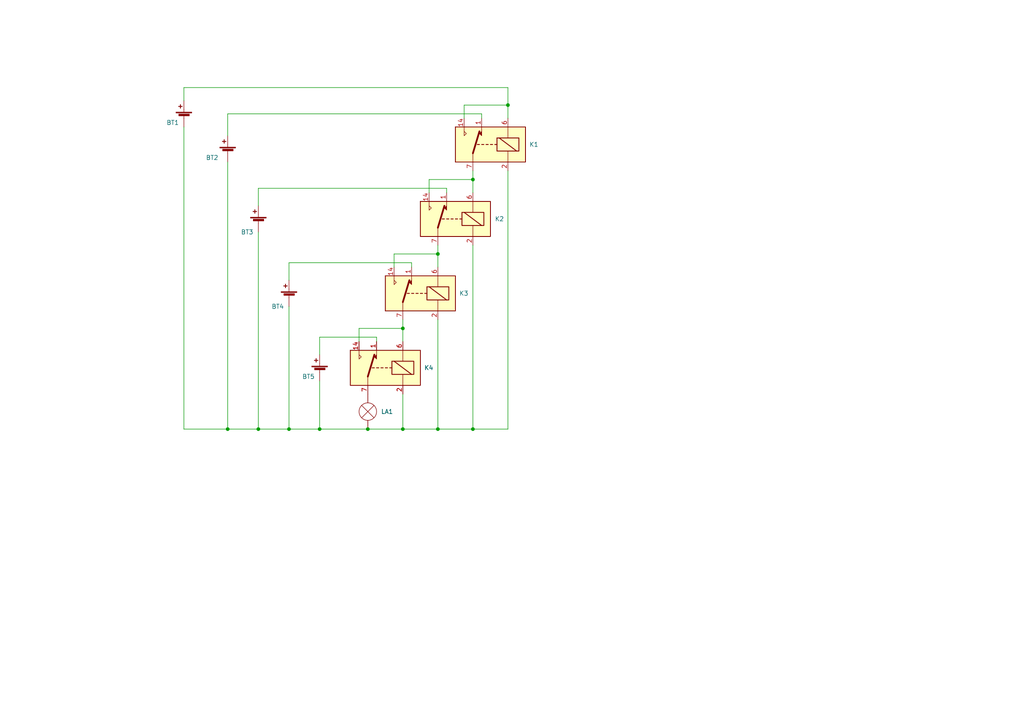
<source format=kicad_sch>
(kicad_sch (version 20211123) (generator eeschema)
  (paper "A4")
  (lib_symbols
    (symbol "Device:Battery_Cell" (pin_numbers hide) (pin_names (offset 0) hide)
      (property "Reference" "BT" (at 2.54 2.54 0))
      (property "Value" "Battery_Cell" (at 2.54 0 0))
      (symbol "Battery_Cell_0_1"
        (rectangle (start -2.286 1.778) (end 2.286 1.524) (fill (type outline)))
        (rectangle (start -1.5748 1.1938) (end 1.4732 0.6858) (fill (type outline)))
        (polyline (pts (xy 0 0.762) (xy 0 0)))
        (polyline (pts (xy 0 1.778) (xy 0 2.54)))
        (polyline (pts (xy 0.508 3.429) (xy 1.524 3.429)) (stroke (width 0.254)))
        (polyline (pts (xy 1.016 3.937) (xy 1.016 2.921)) (stroke (width 0.254)))
      )
      (symbol "Battery_Cell_1_1"
        (pin passive line (at 0 5.08 270) (length 2.54) (name "+") (number "1"))
        (pin passive line (at 0 -2.54 90) (length 2.54) (name "-") (number "2"))
      )
    )
    (symbol "Device:Lamp" (pin_numbers hide) (pin_names (offset 0.0254) hide)
      (property "Reference" "LA" (at 0.635 3.81 0))
      (property "Value" "Lamp" (at 0.635 -3.81 0))
      (symbol "Lamp_0_1"
        (polyline (pts (xy -1.778 1.778) (xy 1.778 -1.778)))
        (polyline (pts (xy 1.778 1.778) (xy -1.778 -1.778)))
        (circle (center 0 0) (radius 2.54))
      )
      (symbol "Lamp_1_1"
        (pin passive line (at 0 -5.08 90) (length 2.54) (name "-") (number "1"))
        (pin passive line (at 0 5.08 270) (length 2.54) (name "+") (number "2"))
      )
    )
    (symbol "Relay:DIPxx-1Cxx-51x"
      (property "Reference" "K" (at 11.43 3.81 0))
      (property "Value" "DIPxx-1Cxx-51x" (at 11.43 1.27 0))
      (symbol "DIPxx-1Cxx-51x_0_0"
        (polyline (pts (xy 2.54 5.08) (xy 2.54 2.54) (xy 3.175 3.175) (xy 2.54 3.81)) (fill (type outline)))
        (polyline (pts (xy 7.62 5.08) (xy 7.62 2.54) (xy 6.985 3.175) (xy 7.62 3.81)))
      )
      (symbol "DIPxx-1Cxx-51x_0_1"
        (rectangle (start -10.16 5.08) (end 10.16 -5.08) (stroke (width 0.254)) (fill (type background)))
        (rectangle (start -8.255 1.905) (end -1.905 -1.905) (stroke (width 0.254)))
        (polyline (pts (xy -7.62 -1.905) (xy -2.54 1.905)) (stroke (width 0.254)))
        (polyline (pts (xy -5.08 -5.08) (xy -5.08 -1.905)))
        (polyline (pts (xy -5.08 5.08) (xy -5.08 1.905)))
        (polyline (pts (xy -1.905 0) (xy -1.27 0)) (stroke (width 0.254)))
        (polyline (pts (xy -0.635 0) (xy 0 0)) (stroke (width 0.254)))
        (polyline (pts (xy 0.635 0) (xy 1.27 0)) (stroke (width 0.254)))
        (polyline (pts (xy 1.905 0) (xy 2.54 0)) (stroke (width 0.254)))
        (polyline (pts (xy 3.175 0) (xy 3.81 0)) (stroke (width 0.254)))
        (polyline (pts (xy 5.08 -2.54) (xy 3.175 3.81)) (stroke (width 0.508)))
        (polyline (pts (xy 5.08 -2.54) (xy 5.08 -5.08)))
      )
      (symbol "DIPxx-1Cxx-51x_1_1"
        (pin passive line (at 2.54 7.62 270) (length 2.54) (name "~") (number "1"))
        (pin passive line (at 7.62 7.62 270) (length 2.54) (name "~") (number "14"))
        (pin passive line (at -5.08 -7.62 90) (length 2.54) (name "~") (number "2"))
        (pin passive line (at -5.08 7.62 270) (length 2.54) (name "~") (number "6"))
        (pin passive line (at 5.08 -7.62 90) (length 2.54) (name "~") (number "7"))
        (pin passive line (at 5.08 -7.62 90) (length 2.54) hide (name "~") (number "8"))
      )
    )
  )
  (junction (at 116.84 124.46))
  (junction (at 116.84 95.25))
  (junction (at 83.82 124.46))
  (junction (at 127 124.46))
  (junction (at 147.32 30.48))
  (junction (at 137.16 124.46))
  (junction (at 66.04 124.46))
  (junction (at 74.93 124.46))
  (junction (at 92.71 124.46))
  (junction (at 106.68 124.46))
  (junction (at 127 73.66))
  (junction (at 137.16 52.07))
  (wire (pts (xy 127 124.46) (xy 137.16 124.46)))
  (wire (pts (xy 53.34 36.83) (xy 53.34 124.46)))
  (wire (pts (xy 137.16 52.07) (xy 137.16 55.88)))
  (wire (pts (xy 137.16 124.46) (xy 147.32 124.46)))
  (wire (pts (xy 116.84 92.71) (xy 116.84 95.25)))
  (wire (pts (xy 127 92.71) (xy 127 124.46)))
  (wire (pts (xy 109.22 97.79) (xy 92.71 97.79)))
  (wire (pts (xy 66.04 124.46) (xy 74.93 124.46)))
  (wire (pts (xy 74.93 54.61) (xy 74.93 59.69)))
  (wire (pts (xy 104.14 95.25) (xy 116.84 95.25)))
  (wire (pts (xy 106.68 124.46) (xy 116.84 124.46)))
  (wire (pts (xy 124.46 52.07) (xy 124.46 55.88)))
  (wire (pts (xy 106.68 124.46) (xy 92.71 124.46)))
  (wire (pts (xy 124.46 52.07) (xy 137.16 52.07)))
  (wire (pts (xy 147.32 49.53) (xy 147.32 124.46)))
  (wire (pts (xy 139.7 34.29) (xy 139.7 33.02)))
  (wire (pts (xy 74.93 124.46) (xy 74.93 67.31)))
  (wire (pts (xy 137.16 71.12) (xy 137.16 124.46)))
  (wire (pts (xy 139.7 33.02) (xy 66.04 33.02)))
  (wire (pts (xy 127 73.66) (xy 127 77.47)))
  (wire (pts (xy 134.62 30.48) (xy 147.32 30.48)))
  (wire (pts (xy 147.32 30.48) (xy 147.32 34.29)))
  (wire (pts (xy 127 71.12) (xy 127 73.66)))
  (wire (pts (xy 109.22 99.06) (xy 109.22 97.79)))
  (wire (pts (xy 92.71 124.46) (xy 92.71 110.49)))
  (wire (pts (xy 104.14 99.06) (xy 104.14 95.25)))
  (wire (pts (xy 92.71 97.79) (xy 92.71 102.87)))
  (wire (pts (xy 116.84 124.46) (xy 127 124.46)))
  (wire (pts (xy 147.32 30.48) (xy 147.32 25.4)))
  (wire (pts (xy 147.32 25.4) (xy 53.34 25.4)))
  (wire (pts (xy 137.16 49.53) (xy 137.16 52.07)))
  (wire (pts (xy 119.38 77.47) (xy 119.38 76.2)))
  (wire (pts (xy 116.84 95.25) (xy 116.84 99.06)))
  (wire (pts (xy 53.34 25.4) (xy 53.34 29.21)))
  (wire (pts (xy 114.3 73.66) (xy 127 73.66)))
  (wire (pts (xy 129.54 55.88) (xy 129.54 54.61)))
  (wire (pts (xy 116.84 114.3) (xy 116.84 124.46)))
  (wire (pts (xy 83.82 124.46) (xy 83.82 88.9)))
  (wire (pts (xy 66.04 46.99) (xy 66.04 124.46)))
  (wire (pts (xy 66.04 33.02) (xy 66.04 39.37)))
  (wire (pts (xy 53.34 124.46) (xy 66.04 124.46)))
  (wire (pts (xy 114.3 77.47) (xy 114.3 73.66)))
  (wire (pts (xy 92.71 124.46) (xy 83.82 124.46)))
  (wire (pts (xy 129.54 54.61) (xy 74.93 54.61)))
  (wire (pts (xy 119.38 76.2) (xy 83.82 76.2)))
  (wire (pts (xy 83.82 76.2) (xy 83.82 81.28)))
  (wire (pts (xy 83.82 124.46) (xy 74.93 124.46)))
  (wire (pts (xy 134.62 34.29) (xy 134.62 30.48)))
  (symbol (lib_id "Device:Battery_Cell") (at 83.82 86.36 0) (mirror y) (unit 1)
    (property "Reference" "BT4" (at 78.74 88.9 0) (effects (justify right)))
    (property "Value" "Battery_Cell" (effects hide))
  )
  (symbol (lib_id "Device:Battery_Cell") (at 74.93 64.77 0) (mirror y) (unit 1)
    (property "Reference" "BT3" (at 69.85 67.31 0) (effects (justify right)))
    (property "Value" "Battery_Cell" (effects hide))
  )
  (symbol (lib_id "Relay:DIPxx-1Cxx-51x") (at 111.76 106.68 0) (mirror y) (unit 1)
    (property "Reference" "K4" (at 125.73 106.68 0) (effects (justify left)))
    (property "Value" "DIPxx-1Cxx-51x" (effects hide))
    (property "Footprint" "Relay_THT:Relay_StandexMeder_DIP_LowProfile" (effects hide))
    (property "Datasheet" "https://standexelectronics.com/wp-content/uploads/datasheet_reed_relay_DIP.pdf" (effects hide))
  )
  (symbol (lib_id "Device:Lamp") (at 106.68 119.38 0) (mirror y) (unit 1)
    (property "Reference" "LA1" (at 110.49 119.3799 0) (effects (justify right)))
    (property "Value" "Lamp" (effects hide))
  )
  (symbol (lib_id "Relay:DIPxx-1Cxx-51x") (at 142.24 41.91 0) (mirror y) (unit 1)
    (property "Reference" "K1" (at 156.21 41.91 0) (effects (justify left)))
    (property "Value" "DIPxx-1Cxx-51x" (effects hide))
    (property "Footprint" "Relay_THT:Relay_StandexMeder_DIP_LowProfile" (effects hide))
    (property "Datasheet" "https://standexelectronics.com/wp-content/uploads/datasheet_reed_relay_DIP.pdf" (effects hide))
  )
  (symbol (lib_id "Device:Battery_Cell") (at 92.71 107.95 0) (mirror y) (unit 1)
    (property "Reference" "BT5" (at 87.63 109.22 0) (effects (justify right)))
    (property "Value" "Battery_Cell" (effects hide))
  )
  (symbol (lib_id "Device:Battery_Cell") (at 53.34 34.29 0) (mirror y) (unit 1)
    (property "Reference" "BT1" (at 48.26 35.56 0) (effects (justify right)))
    (property "Value" "Battery_Cell" (effects hide))
  )
  (symbol (lib_id "Device:Battery_Cell") (at 66.04 44.45 0) (mirror y) (unit 1)
    (property "Reference" "BT2" (at 59.69 45.72 0) (effects (justify right)))
    (property "Value" "Battery_Cell" (effects hide))
  )
  (symbol (lib_id "Relay:DIPxx-1Cxx-51x") (at 132.08 63.5 0) (mirror y) (unit 1)
    (property "Reference" "K2" (at 143.51 63.4999 0) (effects (justify right)))
    (property "Value" "DIPxx-1Cxx-51x" (effects hide))
    (property "Footprint" "Relay_THT:Relay_StandexMeder_DIP_LowProfile" (effects hide))
    (property "Datasheet" "https://standexelectronics.com/wp-content/uploads/datasheet_reed_relay_DIP.pdf" (effects hide))
  )
  (symbol (lib_id "Relay:DIPxx-1Cxx-51x") (at 121.92 85.09 0) (mirror y) (unit 1)
    (property "Reference" "K3" (at 135.89 85.09 0) (effects (justify left)))
    (property "Value" "DIPxx-1Cxx-51x" (effects hide))
    (property "Footprint" "Relay_THT:Relay_StandexMeder_DIP_LowProfile" (effects hide))
    (property "Datasheet" "https://standexelectronics.com/wp-content/uploads/datasheet_reed_relay_DIP.pdf" (effects hide))
  )
)
</source>
